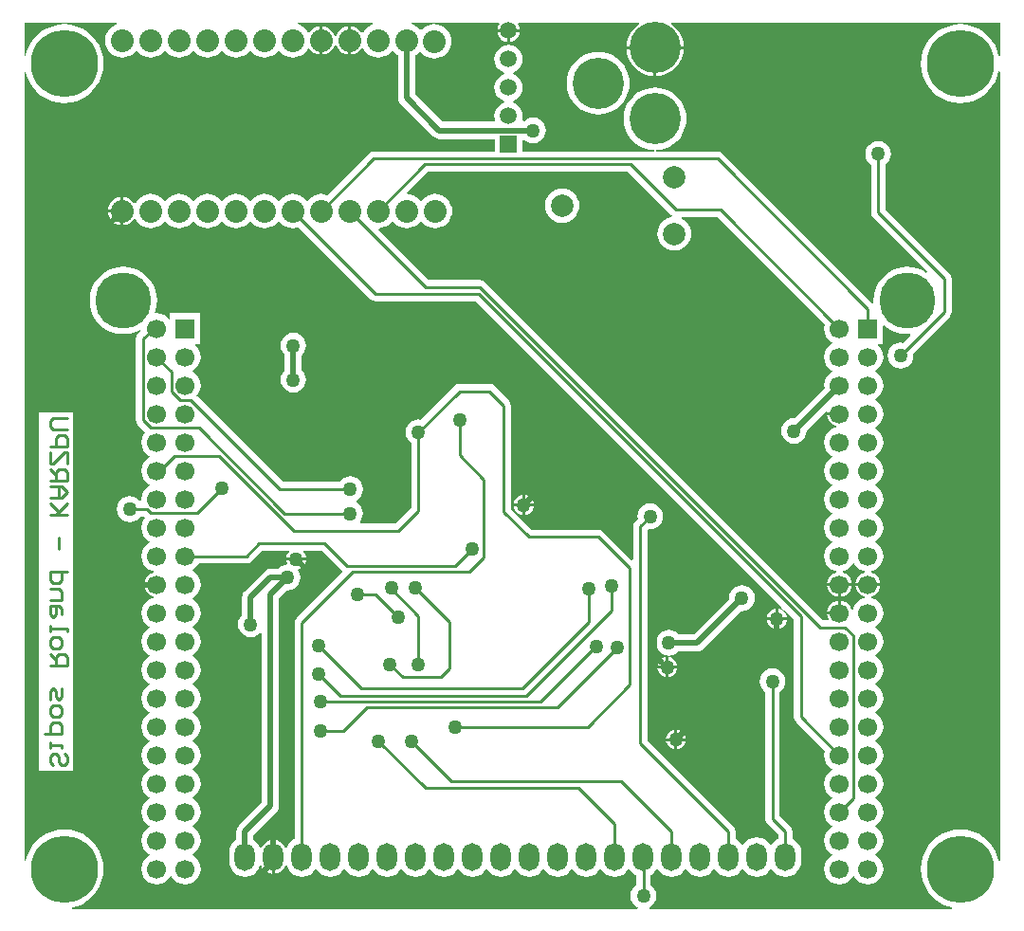
<source format=gbl>
G04*
G04 #@! TF.GenerationSoftware,Altium Limited,Altium Designer,18.0.11 (651)*
G04*
G04 Layer_Physical_Order=2*
G04 Layer_Color=16711680*
%FSLAX25Y25*%
%MOIN*%
G70*
G01*
G75*
%ADD10C,0.01000*%
%ADD42C,0.02000*%
%ADD43C,0.07874*%
%ADD44C,0.05906*%
%ADD45R,0.05906X0.05906*%
%ADD46C,0.08000*%
%ADD47C,0.06693*%
%ADD48R,0.06693X0.06693*%
%ADD49C,0.19685*%
%ADD50O,0.07087X0.09843*%
%ADD51C,0.18000*%
%ADD52C,0.23622*%
%ADD53C,0.05000*%
G36*
X38425Y317534D02*
X38500Y317034D01*
X38008Y316885D01*
X36965Y316328D01*
X36052Y315578D01*
X35302Y314665D01*
X34745Y313622D01*
X34402Y312491D01*
X34286Y311315D01*
X34402Y310139D01*
X34745Y309008D01*
X35302Y307965D01*
X36052Y307052D01*
X36965Y306302D01*
X38008Y305745D01*
X39139Y305402D01*
X40315Y305286D01*
X41491Y305402D01*
X42622Y305745D01*
X43665Y306302D01*
X44578Y307052D01*
X45065Y307645D01*
X45565D01*
X46052Y307052D01*
X46965Y306302D01*
X48008Y305745D01*
X49139Y305402D01*
X50315Y305286D01*
X51491Y305402D01*
X52622Y305745D01*
X53664Y306302D01*
X54578Y307052D01*
X55065Y307645D01*
X55565D01*
X56052Y307052D01*
X56965Y306302D01*
X58008Y305745D01*
X59139Y305402D01*
X60315Y305286D01*
X61491Y305402D01*
X62622Y305745D01*
X63665Y306302D01*
X64578Y307052D01*
X65065Y307645D01*
X65565D01*
X66052Y307052D01*
X66965Y306302D01*
X68008Y305745D01*
X69139Y305402D01*
X70315Y305286D01*
X71491Y305402D01*
X72622Y305745D01*
X73664Y306302D01*
X74578Y307052D01*
X75065Y307645D01*
X75565D01*
X76052Y307052D01*
X76965Y306302D01*
X78008Y305745D01*
X79139Y305402D01*
X80315Y305286D01*
X81491Y305402D01*
X82622Y305745D01*
X83665Y306302D01*
X84578Y307052D01*
X85065Y307645D01*
X85565D01*
X86052Y307052D01*
X86965Y306302D01*
X88008Y305745D01*
X89139Y305402D01*
X90315Y305286D01*
X91491Y305402D01*
X92622Y305745D01*
X93664Y306302D01*
X94578Y307052D01*
X95065Y307645D01*
X95565D01*
X96052Y307052D01*
X96965Y306302D01*
X98008Y305745D01*
X99139Y305402D01*
X100315Y305286D01*
X101491Y305402D01*
X102622Y305745D01*
X103665Y306302D01*
X104578Y307052D01*
X105328Y307965D01*
X105584Y308445D01*
X106177Y308494D01*
X106749Y307749D01*
X107793Y306947D01*
X109010Y306444D01*
X109815Y306338D01*
Y311315D01*
Y316292D01*
X109010Y316186D01*
X107793Y315683D01*
X106749Y314881D01*
X106177Y314136D01*
X105584Y314185D01*
X105328Y314665D01*
X104578Y315578D01*
X103665Y316328D01*
X102622Y316885D01*
X102130Y317034D01*
X102204Y317534D01*
X128426D01*
X128500Y317034D01*
X128008Y316885D01*
X126965Y316328D01*
X126052Y315578D01*
X125302Y314665D01*
X125046Y314185D01*
X124453Y314136D01*
X123881Y314881D01*
X122836Y315683D01*
X121620Y316186D01*
X120815Y316292D01*
Y311315D01*
Y306338D01*
X121620Y306444D01*
X122836Y306947D01*
X123881Y307749D01*
X124453Y308494D01*
X125046Y308445D01*
X125302Y307965D01*
X126052Y307052D01*
X126965Y306302D01*
X128008Y305745D01*
X129139Y305402D01*
X130315Y305286D01*
X131491Y305402D01*
X132622Y305745D01*
X133665Y306302D01*
X134578Y307052D01*
X135065Y307645D01*
X135565D01*
X136052Y307052D01*
X136965Y306302D01*
X137289Y306129D01*
Y291085D01*
X137392Y290302D01*
X137695Y289572D01*
X138175Y288945D01*
X149608Y277513D01*
X149608Y277513D01*
X150234Y277032D01*
X150964Y276730D01*
X151747Y276627D01*
X151747Y276627D01*
X171247D01*
Y272249D01*
X128700D01*
X127725Y272055D01*
X126898Y271502D01*
X112360Y256965D01*
X111491Y257228D01*
X110315Y257344D01*
X109139Y257228D01*
X108008Y256885D01*
X106965Y256328D01*
X106052Y255578D01*
X105565Y254985D01*
X105065D01*
X104578Y255578D01*
X103665Y256328D01*
X102622Y256885D01*
X101491Y257228D01*
X100315Y257344D01*
X99139Y257228D01*
X98008Y256885D01*
X96965Y256328D01*
X96052Y255578D01*
X95565Y254985D01*
X95065D01*
X94578Y255578D01*
X93664Y256328D01*
X92622Y256885D01*
X91491Y257228D01*
X90315Y257344D01*
X89139Y257228D01*
X88008Y256885D01*
X86965Y256328D01*
X86052Y255578D01*
X85565Y254985D01*
X85065D01*
X84578Y255578D01*
X83665Y256328D01*
X82622Y256885D01*
X81491Y257228D01*
X80315Y257344D01*
X79139Y257228D01*
X78008Y256885D01*
X76965Y256328D01*
X76052Y255578D01*
X75565Y254985D01*
X75065D01*
X74578Y255578D01*
X73664Y256328D01*
X72622Y256885D01*
X71491Y257228D01*
X70315Y257344D01*
X69139Y257228D01*
X68008Y256885D01*
X66965Y256328D01*
X66052Y255578D01*
X65565Y254985D01*
X65065D01*
X64578Y255578D01*
X63665Y256328D01*
X62622Y256885D01*
X61491Y257228D01*
X60315Y257344D01*
X59139Y257228D01*
X58008Y256885D01*
X56965Y256328D01*
X56052Y255578D01*
X55565Y254985D01*
X55065D01*
X54578Y255578D01*
X53664Y256328D01*
X52622Y256885D01*
X51491Y257228D01*
X50315Y257344D01*
X49139Y257228D01*
X48008Y256885D01*
X46965Y256328D01*
X46052Y255578D01*
X45302Y254664D01*
X45046Y254185D01*
X44453Y254136D01*
X43881Y254881D01*
X42836Y255682D01*
X41620Y256186D01*
X40815Y256292D01*
Y251315D01*
Y246338D01*
X41620Y246444D01*
X42836Y246948D01*
X43881Y247749D01*
X44453Y248494D01*
X45046Y248445D01*
X45302Y247965D01*
X46052Y247052D01*
X46965Y246302D01*
X48008Y245745D01*
X49139Y245402D01*
X50315Y245286D01*
X51491Y245402D01*
X52622Y245745D01*
X53664Y246302D01*
X54578Y247052D01*
X55065Y247645D01*
X55565D01*
X56052Y247052D01*
X56965Y246302D01*
X58008Y245745D01*
X59139Y245402D01*
X60315Y245286D01*
X61491Y245402D01*
X62622Y245745D01*
X63665Y246302D01*
X64578Y247052D01*
X65065Y247645D01*
X65565D01*
X66052Y247052D01*
X66965Y246302D01*
X68008Y245745D01*
X69139Y245402D01*
X70315Y245286D01*
X71491Y245402D01*
X72622Y245745D01*
X73664Y246302D01*
X74578Y247052D01*
X75065Y247645D01*
X75565D01*
X76052Y247052D01*
X76965Y246302D01*
X78008Y245745D01*
X79139Y245402D01*
X80315Y245286D01*
X81491Y245402D01*
X82622Y245745D01*
X83665Y246302D01*
X84578Y247052D01*
X85065Y247645D01*
X85565D01*
X86052Y247052D01*
X86965Y246302D01*
X88008Y245745D01*
X89139Y245402D01*
X90315Y245286D01*
X91491Y245402D01*
X92622Y245745D01*
X93664Y246302D01*
X94578Y247052D01*
X95065Y247645D01*
X95565D01*
X96052Y247052D01*
X96965Y246302D01*
X98008Y245745D01*
X99139Y245402D01*
X100315Y245286D01*
X101491Y245402D01*
X102360Y245665D01*
X127737Y220288D01*
X128564Y219736D01*
X129539Y219542D01*
X164625D01*
X273186Y110981D01*
X272855Y110604D01*
X272751Y110684D01*
X272265Y111057D01*
X271414Y111410D01*
X271000Y111464D01*
Y108500D01*
X273964D01*
X273910Y108914D01*
X273557Y109765D01*
X273184Y110251D01*
X273104Y110355D01*
X273481Y110686D01*
X276551Y107616D01*
Y73400D01*
X276745Y72425D01*
X277298Y71598D01*
X287352Y61543D01*
X287291Y61396D01*
X287107Y60000D01*
X287291Y58604D01*
X287830Y57304D01*
X288687Y56187D01*
X289804Y55330D01*
X289997Y55250D01*
Y54750D01*
X289804Y54670D01*
X288687Y53813D01*
X287830Y52696D01*
X287291Y51396D01*
X287107Y50000D01*
X287291Y48604D01*
X287830Y47304D01*
X288687Y46187D01*
X289804Y45330D01*
X289997Y45250D01*
Y44750D01*
X289804Y44670D01*
X288687Y43813D01*
X287830Y42696D01*
X287291Y41396D01*
X287107Y40000D01*
X287291Y38604D01*
X287830Y37304D01*
X288687Y36187D01*
X289804Y35330D01*
X289997Y35250D01*
Y34750D01*
X289804Y34670D01*
X288687Y33813D01*
X287830Y32696D01*
X287291Y31396D01*
X287107Y30000D01*
X287291Y28604D01*
X287830Y27304D01*
X288687Y26187D01*
X289804Y25330D01*
X289997Y25250D01*
Y24750D01*
X289804Y24670D01*
X288687Y23813D01*
X287830Y22696D01*
X287291Y21396D01*
X287107Y20000D01*
X287291Y18604D01*
X287830Y17304D01*
X288687Y16187D01*
X289804Y15330D01*
X291104Y14791D01*
X292500Y14607D01*
X293896Y14791D01*
X295196Y15330D01*
X296313Y16187D01*
X297170Y17304D01*
X297250Y17497D01*
X297750D01*
X297830Y17304D01*
X298687Y16187D01*
X299804Y15330D01*
X301104Y14791D01*
X302500Y14607D01*
X303896Y14791D01*
X305196Y15330D01*
X306313Y16187D01*
X307170Y17304D01*
X307709Y18604D01*
X307892Y20000D01*
X307709Y21396D01*
X307170Y22696D01*
X306313Y23813D01*
X305196Y24670D01*
X305003Y24750D01*
Y25250D01*
X305196Y25330D01*
X306313Y26187D01*
X307170Y27304D01*
X307709Y28604D01*
X307892Y30000D01*
X307709Y31396D01*
X307170Y32696D01*
X306313Y33813D01*
X305196Y34670D01*
X305003Y34750D01*
Y35250D01*
X305196Y35330D01*
X306313Y36187D01*
X307170Y37304D01*
X307709Y38604D01*
X307892Y40000D01*
X307709Y41396D01*
X307170Y42696D01*
X306313Y43813D01*
X305196Y44670D01*
X305003Y44750D01*
Y45250D01*
X305196Y45330D01*
X306313Y46187D01*
X307170Y47304D01*
X307709Y48604D01*
X307892Y50000D01*
X307709Y51396D01*
X307170Y52696D01*
X306313Y53813D01*
X305196Y54670D01*
X305003Y54750D01*
Y55250D01*
X305196Y55330D01*
X306313Y56187D01*
X307170Y57304D01*
X307709Y58604D01*
X307892Y60000D01*
X307709Y61396D01*
X307170Y62696D01*
X306313Y63813D01*
X305196Y64670D01*
X305003Y64750D01*
Y65250D01*
X305196Y65330D01*
X306313Y66187D01*
X307170Y67304D01*
X307709Y68604D01*
X307892Y70000D01*
X307709Y71396D01*
X307170Y72696D01*
X306313Y73813D01*
X305196Y74670D01*
X305003Y74750D01*
Y75250D01*
X305196Y75330D01*
X306313Y76187D01*
X307170Y77304D01*
X307709Y78604D01*
X307892Y80000D01*
X307709Y81396D01*
X307170Y82696D01*
X306313Y83813D01*
X305196Y84670D01*
X305003Y84750D01*
Y85250D01*
X305196Y85330D01*
X306313Y86187D01*
X307170Y87304D01*
X307709Y88604D01*
X307892Y90000D01*
X307709Y91396D01*
X307170Y92696D01*
X306313Y93813D01*
X305196Y94670D01*
X305003Y94750D01*
Y95250D01*
X305196Y95330D01*
X306313Y96187D01*
X307170Y97304D01*
X307709Y98604D01*
X307892Y100000D01*
X307709Y101396D01*
X307170Y102696D01*
X306313Y103813D01*
X305196Y104670D01*
X305003Y104750D01*
Y105250D01*
X305196Y105330D01*
X306313Y106187D01*
X307170Y107304D01*
X307709Y108604D01*
X307892Y110000D01*
X307709Y111396D01*
X307170Y112696D01*
X306313Y113813D01*
X305196Y114670D01*
X303896Y115209D01*
X303567Y115252D01*
Y115756D01*
X303635Y115765D01*
X304692Y116203D01*
X305600Y116900D01*
X306297Y117808D01*
X306734Y118865D01*
X306818Y119500D01*
X302500D01*
X298182D01*
X298265Y118865D01*
X298703Y117808D01*
X299400Y116900D01*
X300308Y116203D01*
X301365Y115765D01*
X301433Y115756D01*
Y115252D01*
X301104Y115209D01*
X299804Y114670D01*
X298687Y113813D01*
X297830Y112696D01*
X297291Y111396D01*
X297248Y111067D01*
X296743D01*
X296734Y111135D01*
X296297Y112192D01*
X295600Y113100D01*
X294692Y113797D01*
X293635Y114235D01*
X293000Y114318D01*
Y110000D01*
X292500D01*
Y109500D01*
X288182D01*
X288265Y108865D01*
X288667Y107895D01*
X288463Y107395D01*
X286809D01*
X167902Y226302D01*
X167076Y226855D01*
X166100Y227049D01*
X148186D01*
X130439Y244796D01*
X130625Y245317D01*
X131491Y245402D01*
X132622Y245745D01*
X133665Y246302D01*
X134578Y247052D01*
X135065Y247645D01*
X135565D01*
X136052Y247052D01*
X136965Y246302D01*
X138008Y245745D01*
X139139Y245402D01*
X140315Y245286D01*
X141491Y245402D01*
X142622Y245745D01*
X143665Y246302D01*
X144578Y247052D01*
X145065Y247645D01*
X145565D01*
X146052Y247052D01*
X146965Y246302D01*
X148008Y245745D01*
X149139Y245402D01*
X150315Y245286D01*
X151491Y245402D01*
X152622Y245745D01*
X153665Y246302D01*
X154578Y247052D01*
X155328Y247965D01*
X155885Y249008D01*
X156228Y250139D01*
X156344Y251315D01*
X156228Y252491D01*
X155885Y253622D01*
X155328Y254664D01*
X154578Y255578D01*
X153665Y256328D01*
X152622Y256885D01*
X151491Y257228D01*
X150315Y257344D01*
X149139Y257228D01*
X148008Y256885D01*
X146965Y256328D01*
X146052Y255578D01*
X145565Y254985D01*
X145065D01*
X144578Y255578D01*
X143665Y256328D01*
X142622Y256885D01*
X141491Y257228D01*
X140625Y257313D01*
X140439Y257834D01*
X147756Y265151D01*
X218067D01*
X233220Y249998D01*
X233630Y249723D01*
X233502Y249208D01*
X233244Y249183D01*
X232125Y248843D01*
X231094Y248292D01*
X230190Y247550D01*
X229448Y246646D01*
X228896Y245615D01*
X228557Y244496D01*
X228442Y243332D01*
X228557Y242168D01*
X228896Y241049D01*
X229448Y240017D01*
X230190Y239113D01*
X231094Y238371D01*
X232125Y237820D01*
X233244Y237481D01*
X234408Y237366D01*
X235572Y237481D01*
X236691Y237820D01*
X237722Y238371D01*
X238627Y239113D01*
X239368Y240017D01*
X239920Y241049D01*
X240259Y242168D01*
X240374Y243332D01*
X240259Y244496D01*
X239920Y245615D01*
X239368Y246646D01*
X238627Y247550D01*
X237722Y248292D01*
X236864Y248751D01*
X236989Y249251D01*
X249644D01*
X287352Y211543D01*
X287291Y211396D01*
X287107Y210000D01*
X287291Y208604D01*
X287830Y207304D01*
X288687Y206187D01*
X289804Y205330D01*
X289997Y205250D01*
Y204750D01*
X289804Y204670D01*
X288687Y203813D01*
X287830Y202696D01*
X287291Y201396D01*
X287107Y200000D01*
X287291Y198604D01*
X287830Y197304D01*
X288687Y196187D01*
X289804Y195330D01*
X289997Y195250D01*
Y194750D01*
X289804Y194670D01*
X288687Y193813D01*
X287830Y192696D01*
X287291Y191396D01*
X287107Y190000D01*
X287237Y189016D01*
X276729Y178509D01*
X276500Y178539D01*
X275325Y178384D01*
X274231Y177931D01*
X273291Y177209D01*
X272569Y176269D01*
X272116Y175175D01*
X271961Y174000D01*
X272116Y172825D01*
X272569Y171731D01*
X273291Y170791D01*
X274231Y170069D01*
X275325Y169616D01*
X276500Y169461D01*
X277675Y169616D01*
X278769Y170069D01*
X279709Y170791D01*
X280431Y171731D01*
X280884Y172825D01*
X281039Y174000D01*
X281009Y174229D01*
X287738Y180959D01*
X288211Y180725D01*
X288182Y180500D01*
X292500D01*
Y179500D01*
X288182D01*
X288265Y178865D01*
X288703Y177808D01*
X289400Y176900D01*
X290308Y176203D01*
X291365Y175765D01*
X291433Y175757D01*
Y175252D01*
X291104Y175209D01*
X289804Y174670D01*
X288687Y173813D01*
X287830Y172696D01*
X287291Y171396D01*
X287107Y170000D01*
X287291Y168604D01*
X287830Y167304D01*
X288687Y166187D01*
X289804Y165330D01*
X289997Y165250D01*
Y164750D01*
X289804Y164670D01*
X288687Y163813D01*
X287830Y162696D01*
X287291Y161396D01*
X287107Y160000D01*
X287291Y158604D01*
X287830Y157304D01*
X288687Y156187D01*
X289804Y155330D01*
X289997Y155250D01*
Y154750D01*
X289804Y154670D01*
X288687Y153813D01*
X287830Y152696D01*
X287291Y151396D01*
X287107Y150000D01*
X287291Y148604D01*
X287830Y147304D01*
X288687Y146187D01*
X289804Y145330D01*
X289997Y145250D01*
Y144750D01*
X289804Y144670D01*
X288687Y143813D01*
X287830Y142696D01*
X287291Y141396D01*
X287107Y140000D01*
X287291Y138604D01*
X287830Y137304D01*
X288687Y136187D01*
X289804Y135330D01*
X289997Y135250D01*
Y134750D01*
X289804Y134670D01*
X288687Y133813D01*
X287830Y132696D01*
X287291Y131396D01*
X287107Y130000D01*
X287291Y128604D01*
X287830Y127304D01*
X288687Y126187D01*
X289804Y125330D01*
X291104Y124791D01*
X291433Y124748D01*
Y124243D01*
X291365Y124235D01*
X290308Y123797D01*
X289400Y123100D01*
X288703Y122192D01*
X288265Y121135D01*
X288182Y120500D01*
X292500D01*
X296818D01*
X296734Y121135D01*
X296297Y122192D01*
X295600Y123100D01*
X294692Y123797D01*
X293635Y124235D01*
X293567Y124243D01*
Y124748D01*
X293896Y124791D01*
X295196Y125330D01*
X296313Y126187D01*
X297170Y127304D01*
X297250Y127497D01*
X297750D01*
X297830Y127304D01*
X298687Y126187D01*
X299804Y125330D01*
X301104Y124791D01*
X301433Y124748D01*
Y124243D01*
X301365Y124235D01*
X300308Y123797D01*
X299400Y123100D01*
X298703Y122192D01*
X298265Y121135D01*
X298182Y120500D01*
X302500D01*
X306818D01*
X306734Y121135D01*
X306297Y122192D01*
X305600Y123100D01*
X304692Y123797D01*
X303635Y124235D01*
X303567Y124243D01*
Y124748D01*
X303896Y124791D01*
X305196Y125330D01*
X306313Y126187D01*
X307170Y127304D01*
X307709Y128604D01*
X307892Y130000D01*
X307709Y131396D01*
X307170Y132696D01*
X306313Y133813D01*
X305196Y134670D01*
X305003Y134750D01*
Y135250D01*
X305196Y135330D01*
X306313Y136187D01*
X307170Y137304D01*
X307709Y138604D01*
X307892Y140000D01*
X307709Y141396D01*
X307170Y142696D01*
X306313Y143813D01*
X305196Y144670D01*
X305003Y144750D01*
Y145250D01*
X305196Y145330D01*
X306313Y146187D01*
X307170Y147304D01*
X307709Y148604D01*
X307892Y150000D01*
X307709Y151396D01*
X307170Y152696D01*
X306313Y153813D01*
X305196Y154670D01*
X305003Y154750D01*
Y155250D01*
X305196Y155330D01*
X306313Y156187D01*
X307170Y157304D01*
X307709Y158604D01*
X307892Y160000D01*
X307709Y161396D01*
X307170Y162696D01*
X306313Y163813D01*
X305196Y164670D01*
X305003Y164750D01*
Y165250D01*
X305196Y165330D01*
X306313Y166187D01*
X307170Y167304D01*
X307709Y168604D01*
X307892Y170000D01*
X307709Y171396D01*
X307170Y172696D01*
X306313Y173813D01*
X305196Y174670D01*
X305003Y174750D01*
Y175250D01*
X305196Y175330D01*
X306313Y176187D01*
X307170Y177304D01*
X307709Y178604D01*
X307892Y180000D01*
X307709Y181396D01*
X307170Y182696D01*
X306313Y183813D01*
X305196Y184670D01*
X305003Y184750D01*
Y185250D01*
X305196Y185330D01*
X306313Y186187D01*
X307170Y187304D01*
X307709Y188604D01*
X307892Y190000D01*
X307709Y191396D01*
X307170Y192696D01*
X306313Y193813D01*
X305196Y194670D01*
X305003Y194750D01*
Y195250D01*
X305196Y195330D01*
X306313Y196187D01*
X307170Y197304D01*
X307709Y198604D01*
X307892Y200000D01*
X307709Y201396D01*
X307170Y202696D01*
X306313Y203813D01*
X305835Y204180D01*
X305996Y204654D01*
X307846D01*
Y210866D01*
X308346Y211097D01*
X309313Y210272D01*
X310902Y209297D01*
X312624Y208584D01*
X314437Y208149D01*
X316295Y208003D01*
X317315Y208083D01*
X317524Y207629D01*
X314825Y204930D01*
X314000Y205039D01*
X312825Y204884D01*
X311731Y204431D01*
X310791Y203709D01*
X310069Y202769D01*
X309616Y201675D01*
X309461Y200500D01*
X309616Y199325D01*
X310069Y198231D01*
X310791Y197291D01*
X311731Y196569D01*
X312825Y196116D01*
X314000Y195961D01*
X315175Y196116D01*
X316269Y196569D01*
X317209Y197291D01*
X317931Y198231D01*
X318384Y199325D01*
X318539Y200500D01*
X318430Y201325D01*
X331302Y214198D01*
X331855Y215024D01*
X332049Y216000D01*
Y227500D01*
X331855Y228475D01*
X331302Y229302D01*
X308749Y251856D01*
Y267760D01*
X309309Y268191D01*
X310031Y269131D01*
X310484Y270225D01*
X310639Y271400D01*
X310484Y272575D01*
X310031Y273669D01*
X309309Y274609D01*
X308369Y275331D01*
X307275Y275784D01*
X306100Y275939D01*
X304925Y275784D01*
X303831Y275331D01*
X302891Y274609D01*
X302169Y273669D01*
X301716Y272575D01*
X301561Y271400D01*
X301716Y270225D01*
X302169Y269131D01*
X302891Y268191D01*
X303651Y267607D01*
Y250800D01*
X303845Y249825D01*
X304398Y248998D01*
X323378Y230017D01*
X323066Y229622D01*
X321688Y230466D01*
X319966Y231180D01*
X318154Y231615D01*
X316295Y231761D01*
X314437Y231615D01*
X312624Y231180D01*
X310902Y230466D01*
X309313Y229492D01*
X307895Y228282D01*
X306685Y226864D01*
X305711Y225275D01*
X304998Y223553D01*
X304562Y221740D01*
X304416Y219882D01*
X304472Y219168D01*
X303988Y218945D01*
X251431Y271502D01*
X250604Y272055D01*
X249628Y272249D01*
X228009D01*
X227989Y272749D01*
X229426Y272862D01*
X231110Y273266D01*
X232709Y273929D01*
X234186Y274834D01*
X235502Y275958D01*
X236627Y277275D01*
X237531Y278751D01*
X238194Y280351D01*
X238598Y282034D01*
X238734Y283760D01*
X238598Y285486D01*
X238194Y287170D01*
X237531Y288770D01*
X236627Y290246D01*
X235502Y291563D01*
X234186Y292687D01*
X232709Y293592D01*
X231110Y294254D01*
X229426Y294658D01*
X227700Y294794D01*
X225974Y294658D01*
X224290Y294254D01*
X222691Y293592D01*
X221214Y292687D01*
X219898Y291563D01*
X218773Y290246D01*
X217869Y288770D01*
X217206Y287170D01*
X216802Y285486D01*
X216666Y283760D01*
X216802Y282034D01*
X217206Y280351D01*
X217869Y278751D01*
X218773Y277275D01*
X219898Y275958D01*
X221214Y274834D01*
X222691Y273929D01*
X224290Y273266D01*
X225974Y272862D01*
X227411Y272749D01*
X227392Y272249D01*
X181153D01*
Y276132D01*
X181268Y276225D01*
X181653Y276355D01*
X182478Y275722D01*
X183572Y275269D01*
X184747Y275114D01*
X185922Y275269D01*
X187017Y275722D01*
X187957Y276443D01*
X188678Y277383D01*
X189131Y278478D01*
X189286Y279653D01*
X189131Y280827D01*
X188678Y281922D01*
X187957Y282862D01*
X187017Y283583D01*
X185922Y284037D01*
X184747Y284192D01*
X183572Y284037D01*
X182478Y283583D01*
X181599Y282909D01*
X181404Y282884D01*
X181348Y282893D01*
X181025Y283407D01*
X181195Y284700D01*
X181025Y285993D01*
X180526Y287198D01*
X179732Y288232D01*
X178698Y289026D01*
X177724Y289429D01*
Y289971D01*
X178698Y290374D01*
X179732Y291168D01*
X180526Y292202D01*
X181025Y293407D01*
X181195Y294700D01*
X181025Y295993D01*
X180526Y297198D01*
X179732Y298232D01*
X178698Y299026D01*
X177724Y299429D01*
Y299971D01*
X178698Y300374D01*
X179732Y301168D01*
X180526Y302202D01*
X181025Y303407D01*
X181195Y304700D01*
X181025Y305993D01*
X180526Y307198D01*
X179732Y308232D01*
X178698Y309026D01*
X177493Y309525D01*
X176200Y309696D01*
X174907Y309525D01*
X173702Y309026D01*
X172668Y308232D01*
X171874Y307198D01*
X171375Y305993D01*
X171204Y304700D01*
X171375Y303407D01*
X171874Y302202D01*
X172668Y301168D01*
X173702Y300374D01*
X174676Y299971D01*
Y299429D01*
X173702Y299026D01*
X172668Y298232D01*
X171874Y297198D01*
X171375Y295993D01*
X171204Y294700D01*
X171375Y293407D01*
X171874Y292202D01*
X172668Y291168D01*
X173702Y290374D01*
X174676Y289971D01*
Y289429D01*
X173702Y289026D01*
X172668Y288232D01*
X171874Y287198D01*
X171375Y285993D01*
X171204Y284700D01*
X171375Y283407D01*
X171504Y283094D01*
X171227Y282679D01*
X153001D01*
X143341Y292338D01*
Y306129D01*
X143665Y306302D01*
X144578Y307052D01*
X144778Y307296D01*
X145278D01*
X145737Y306737D01*
X146651Y305987D01*
X147693Y305430D01*
X148824Y305087D01*
X150000Y304971D01*
X151176Y305087D01*
X152307Y305430D01*
X153349Y305987D01*
X154263Y306737D01*
X155013Y307650D01*
X155570Y308693D01*
X155913Y309824D01*
X156029Y311000D01*
X155913Y312176D01*
X155570Y313307D01*
X155013Y314350D01*
X154263Y315263D01*
X153349Y316013D01*
X152307Y316570D01*
X151176Y316913D01*
X150000Y317029D01*
X148824Y316913D01*
X147693Y316570D01*
X146651Y316013D01*
X145737Y315263D01*
X145537Y315019D01*
X145037D01*
X144578Y315578D01*
X143665Y316328D01*
X142622Y316885D01*
X142130Y317034D01*
X142204Y317534D01*
X172762D01*
X173009Y317034D01*
X172747Y316693D01*
X172349Y315732D01*
X172279Y315200D01*
X176200D01*
X180121D01*
X180051Y315732D01*
X179653Y316693D01*
X179391Y317034D01*
X179638Y317534D01*
X221908D01*
X222019Y317034D01*
X220595Y315865D01*
X219345Y314343D01*
X218417Y312606D01*
X217845Y310721D01*
X217701Y309260D01*
X237699D01*
X237555Y310721D01*
X236983Y312606D01*
X236055Y314343D01*
X234805Y315865D01*
X233381Y317034D01*
X233492Y317534D01*
X349034D01*
Y305996D01*
X348534Y305937D01*
X348176Y307431D01*
X347344Y309439D01*
X346208Y311293D01*
X344796Y312946D01*
X343143Y314357D01*
X341289Y315493D01*
X339281Y316325D01*
X337167Y316833D01*
X335000Y317003D01*
X332833Y316833D01*
X330719Y316325D01*
X328711Y315493D01*
X326857Y314357D01*
X325204Y312946D01*
X323792Y311293D01*
X322656Y309439D01*
X321824Y307431D01*
X321317Y305317D01*
X321146Y303150D01*
X321317Y300982D01*
X321824Y298869D01*
X322656Y296860D01*
X323792Y295007D01*
X325204Y293354D01*
X326857Y291942D01*
X328711Y290806D01*
X330719Y289974D01*
X332833Y289466D01*
X335000Y289296D01*
X337167Y289466D01*
X339281Y289974D01*
X341289Y290806D01*
X343143Y291942D01*
X344796Y293354D01*
X346208Y295007D01*
X347344Y296860D01*
X348176Y298869D01*
X348534Y300362D01*
X349034Y300303D01*
X349034Y22847D01*
X348534Y22787D01*
X348176Y24281D01*
X347344Y26289D01*
X346208Y28143D01*
X344796Y29796D01*
X343143Y31208D01*
X341289Y32344D01*
X339281Y33176D01*
X337167Y33683D01*
X335000Y33854D01*
X332833Y33683D01*
X330719Y33176D01*
X328711Y32344D01*
X326857Y31208D01*
X325204Y29796D01*
X323792Y28143D01*
X322656Y26289D01*
X321824Y24281D01*
X321317Y22167D01*
X321146Y20000D01*
X321317Y17833D01*
X321824Y15719D01*
X322656Y13711D01*
X323792Y11857D01*
X325204Y10204D01*
X326857Y8792D01*
X328711Y7656D01*
X330719Y6824D01*
X332213Y6466D01*
X332153Y5966D01*
X225699D01*
X225600Y6466D01*
X225869Y6577D01*
X226809Y7299D01*
X227531Y8239D01*
X227984Y9334D01*
X228139Y10508D01*
X227984Y11683D01*
X227531Y12778D01*
X226809Y13718D01*
X226149Y14224D01*
Y17932D01*
X226296Y17993D01*
X227453Y18881D01*
X228196Y19848D01*
X228278Y19882D01*
X228722D01*
X228804Y19848D01*
X229546Y18881D01*
X230704Y17993D01*
X232053Y17434D01*
X233500Y17244D01*
X234947Y17434D01*
X236296Y17993D01*
X237454Y18881D01*
X238196Y19848D01*
X238278Y19882D01*
X238722D01*
X238804Y19848D01*
X239546Y18881D01*
X240704Y17993D01*
X242053Y17434D01*
X243500Y17244D01*
X244947Y17434D01*
X246296Y17993D01*
X247453Y18881D01*
X248196Y19848D01*
X248278Y19882D01*
X248722D01*
X248804Y19848D01*
X249547Y18881D01*
X250704Y17993D01*
X252053Y17434D01*
X253500Y17244D01*
X254947Y17434D01*
X256296Y17993D01*
X257453Y18881D01*
X258196Y19848D01*
X258278Y19882D01*
X258722D01*
X258804Y19848D01*
X259546Y18881D01*
X260704Y17993D01*
X262053Y17434D01*
X263500Y17244D01*
X264947Y17434D01*
X266296Y17993D01*
X267454Y18881D01*
X268196Y19848D01*
X268278Y19882D01*
X268722D01*
X268804Y19848D01*
X269547Y18881D01*
X270704Y17993D01*
X272053Y17434D01*
X273500Y17244D01*
X274947Y17434D01*
X276296Y17993D01*
X277453Y18881D01*
X278342Y20039D01*
X278901Y21387D01*
X279091Y22835D01*
Y25591D01*
X278901Y27038D01*
X278342Y28386D01*
X277453Y29544D01*
X276296Y30433D01*
X276049Y30535D01*
Y33102D01*
X275855Y34078D01*
X275302Y34905D01*
X271549Y38658D01*
Y82284D01*
X272209Y82791D01*
X272931Y83731D01*
X273384Y84825D01*
X273539Y86000D01*
X273384Y87175D01*
X272931Y88269D01*
X272209Y89209D01*
X271269Y89931D01*
X270175Y90384D01*
X269000Y90539D01*
X267825Y90384D01*
X266731Y89931D01*
X265791Y89209D01*
X265069Y88269D01*
X264616Y87175D01*
X264461Y86000D01*
X264616Y84825D01*
X265069Y83731D01*
X265791Y82791D01*
X266451Y82284D01*
Y37602D01*
X266645Y36627D01*
X267198Y35800D01*
X270951Y32046D01*
Y30535D01*
X270704Y30433D01*
X269547Y29544D01*
X268804Y28577D01*
X268722Y28543D01*
X268278D01*
X268196Y28577D01*
X267454Y29544D01*
X266296Y30433D01*
X264947Y30991D01*
X263500Y31182D01*
X262053Y30991D01*
X260704Y30433D01*
X259546Y29544D01*
X258804Y28577D01*
X258722Y28543D01*
X258278D01*
X258196Y28577D01*
X257453Y29544D01*
X256296Y30433D01*
X256049Y30535D01*
Y33102D01*
X255855Y34078D01*
X255302Y34905D01*
X225049Y65158D01*
Y139109D01*
X225516Y139525D01*
X226000Y139461D01*
X227175Y139616D01*
X228269Y140069D01*
X229209Y140791D01*
X229931Y141731D01*
X230384Y142825D01*
X230539Y144000D01*
X230384Y145175D01*
X229931Y146269D01*
X229209Y147209D01*
X228269Y147931D01*
X227175Y148384D01*
X226000Y148539D01*
X224825Y148384D01*
X223731Y147931D01*
X222791Y147209D01*
X222069Y146269D01*
X221616Y145175D01*
X221461Y144000D01*
X221570Y143175D01*
X220698Y142302D01*
X220145Y141475D01*
X219951Y140500D01*
Y128807D01*
X219489Y128616D01*
X209552Y138552D01*
X208726Y139105D01*
X207750Y139299D01*
X184306D01*
X177049Y146556D01*
Y183000D01*
X176855Y183976D01*
X176302Y184802D01*
X171302Y189802D01*
X170475Y190355D01*
X169500Y190549D01*
X159000D01*
X158025Y190355D01*
X157198Y189802D01*
X145325Y177930D01*
X144500Y178039D01*
X143325Y177884D01*
X142231Y177431D01*
X141291Y176709D01*
X140569Y175769D01*
X140116Y174675D01*
X139961Y173500D01*
X140116Y172325D01*
X140569Y171231D01*
X141291Y170291D01*
X141951Y169784D01*
Y147056D01*
X136444Y141549D01*
X124154D01*
X123908Y142049D01*
X124431Y142731D01*
X124884Y143825D01*
X125039Y145000D01*
X124884Y146175D01*
X124431Y147269D01*
X123709Y148209D01*
X122769Y148931D01*
X122602Y149000D01*
Y149500D01*
X122769Y149569D01*
X123709Y150291D01*
X124431Y151231D01*
X124884Y152325D01*
X125039Y153500D01*
X124884Y154675D01*
X124431Y155769D01*
X123709Y156709D01*
X122769Y157431D01*
X121675Y157884D01*
X120500Y158039D01*
X119325Y157884D01*
X118231Y157431D01*
X117291Y156709D01*
X116784Y156049D01*
X96910D01*
X66512Y186446D01*
X67170Y187304D01*
X67709Y188604D01*
X67892Y190000D01*
X67709Y191396D01*
X67170Y192696D01*
X66313Y193813D01*
X65196Y194670D01*
X65003Y194750D01*
Y195250D01*
X65196Y195330D01*
X66313Y196187D01*
X67170Y197304D01*
X67709Y198604D01*
X67892Y200000D01*
X67709Y201396D01*
X67170Y202696D01*
X66313Y203813D01*
X65835Y204180D01*
X65996Y204654D01*
X67846D01*
Y215347D01*
X57153D01*
Y213496D01*
X56680Y213335D01*
X56313Y213813D01*
X55196Y214670D01*
X53896Y215209D01*
X52500Y215393D01*
X52111Y215341D01*
X51807Y215738D01*
X52003Y216211D01*
X52438Y218024D01*
X52584Y219882D01*
X52438Y221740D01*
X52003Y223553D01*
X51289Y225275D01*
X50315Y226864D01*
X49105Y228282D01*
X47687Y229492D01*
X46098Y230466D01*
X44376Y231180D01*
X42563Y231615D01*
X40705Y231761D01*
X38846Y231615D01*
X37034Y231180D01*
X35312Y230466D01*
X33722Y229492D01*
X32305Y228282D01*
X31094Y226864D01*
X30120Y225275D01*
X29407Y223553D01*
X28972Y221740D01*
X28826Y219882D01*
X28972Y218024D01*
X29407Y216211D01*
X30120Y214489D01*
X31094Y212899D01*
X32305Y211482D01*
X33722Y210272D01*
X35312Y209297D01*
X37034Y208584D01*
X38846Y208149D01*
X40705Y208003D01*
X42563Y208149D01*
X44376Y208584D01*
X46098Y209297D01*
X46582Y209594D01*
X46893Y209199D01*
X45851Y208156D01*
X45299Y207329D01*
X45105Y206354D01*
Y177992D01*
X45299Y177017D01*
X45851Y176190D01*
X48488Y173554D01*
X47830Y172696D01*
X47291Y171396D01*
X47107Y170000D01*
X47291Y168604D01*
X47830Y167304D01*
X48687Y166187D01*
X49804Y165330D01*
X49997Y165250D01*
Y164750D01*
X49804Y164670D01*
X48687Y163813D01*
X47830Y162696D01*
X47291Y161396D01*
X47107Y160000D01*
X47291Y158604D01*
X47830Y157304D01*
X48687Y156187D01*
X49804Y155330D01*
X49997Y155250D01*
Y154750D01*
X49804Y154670D01*
X48687Y153813D01*
X47830Y152696D01*
X47291Y151396D01*
X47107Y150000D01*
X47128Y149847D01*
X46687Y149360D01*
X46473Y149366D01*
X46209Y149709D01*
X45269Y150431D01*
X44175Y150884D01*
X43000Y151039D01*
X41825Y150884D01*
X40731Y150431D01*
X39791Y149709D01*
X39069Y148769D01*
X38616Y147675D01*
X38461Y146500D01*
X38616Y145325D01*
X39069Y144231D01*
X39791Y143291D01*
X40731Y142569D01*
X41825Y142116D01*
X43000Y141961D01*
X44175Y142116D01*
X45269Y142569D01*
X46209Y143291D01*
X46716Y143951D01*
X48090D01*
X48488Y143554D01*
X47830Y142696D01*
X47291Y141396D01*
X47107Y140000D01*
X47291Y138604D01*
X47830Y137304D01*
X48687Y136187D01*
X49804Y135330D01*
X49997Y135250D01*
Y134750D01*
X49804Y134670D01*
X48687Y133813D01*
X47830Y132696D01*
X47291Y131396D01*
X47107Y130000D01*
X47291Y128604D01*
X47830Y127304D01*
X48687Y126187D01*
X49804Y125330D01*
X51104Y124791D01*
X51433Y124748D01*
Y124243D01*
X51365Y124235D01*
X50308Y123797D01*
X49400Y123100D01*
X48703Y122192D01*
X48265Y121135D01*
X48182Y120500D01*
X52500D01*
Y119500D01*
X48182D01*
X48265Y118865D01*
X48703Y117808D01*
X49400Y116900D01*
X50308Y116203D01*
X51365Y115765D01*
X51433Y115756D01*
Y115252D01*
X51104Y115209D01*
X49804Y114670D01*
X48687Y113813D01*
X47830Y112696D01*
X47291Y111396D01*
X47107Y110000D01*
X47291Y108604D01*
X47830Y107304D01*
X48687Y106187D01*
X49804Y105330D01*
X49997Y105250D01*
Y104750D01*
X49804Y104670D01*
X48687Y103813D01*
X47830Y102696D01*
X47291Y101396D01*
X47107Y100000D01*
X47291Y98604D01*
X47830Y97304D01*
X48687Y96187D01*
X49804Y95330D01*
X49997Y95250D01*
Y94750D01*
X49804Y94670D01*
X48687Y93813D01*
X47830Y92696D01*
X47291Y91396D01*
X47107Y90000D01*
X47291Y88604D01*
X47830Y87304D01*
X48687Y86187D01*
X49804Y85330D01*
X49997Y85250D01*
Y84750D01*
X49804Y84670D01*
X48687Y83813D01*
X47830Y82696D01*
X47291Y81396D01*
X47107Y80000D01*
X47291Y78604D01*
X47830Y77304D01*
X48687Y76187D01*
X49804Y75330D01*
X49997Y75250D01*
Y74750D01*
X49804Y74670D01*
X48687Y73813D01*
X47830Y72696D01*
X47291Y71396D01*
X47107Y70000D01*
X47291Y68604D01*
X47830Y67304D01*
X48687Y66187D01*
X49804Y65330D01*
X49997Y65250D01*
Y64750D01*
X49804Y64670D01*
X48687Y63813D01*
X47830Y62696D01*
X47291Y61396D01*
X47107Y60000D01*
X47291Y58604D01*
X47830Y57304D01*
X48687Y56187D01*
X49804Y55330D01*
X49997Y55250D01*
Y54750D01*
X49804Y54670D01*
X48687Y53813D01*
X47830Y52696D01*
X47291Y51396D01*
X47107Y50000D01*
X47291Y48604D01*
X47830Y47304D01*
X48687Y46187D01*
X49804Y45330D01*
X49997Y45250D01*
Y44750D01*
X49804Y44670D01*
X48687Y43813D01*
X47830Y42696D01*
X47291Y41396D01*
X47107Y40000D01*
X47291Y38604D01*
X47830Y37304D01*
X48687Y36187D01*
X49804Y35330D01*
X49997Y35250D01*
Y34750D01*
X49804Y34670D01*
X48687Y33813D01*
X47830Y32696D01*
X47291Y31396D01*
X47107Y30000D01*
X47291Y28604D01*
X47830Y27304D01*
X48687Y26187D01*
X49804Y25330D01*
X49997Y25250D01*
Y24750D01*
X49804Y24670D01*
X48687Y23813D01*
X47830Y22696D01*
X47291Y21396D01*
X47107Y20000D01*
X47291Y18604D01*
X47830Y17304D01*
X48687Y16187D01*
X49804Y15330D01*
X51104Y14791D01*
X52500Y14607D01*
X53896Y14791D01*
X55196Y15330D01*
X56313Y16187D01*
X57170Y17304D01*
X57250Y17497D01*
X57750D01*
X57830Y17304D01*
X58687Y16187D01*
X59804Y15330D01*
X61104Y14791D01*
X62500Y14607D01*
X63896Y14791D01*
X65196Y15330D01*
X66313Y16187D01*
X67170Y17304D01*
X67709Y18604D01*
X67892Y20000D01*
X67709Y21396D01*
X67170Y22696D01*
X66313Y23813D01*
X65196Y24670D01*
X65003Y24750D01*
Y25250D01*
X65196Y25330D01*
X66313Y26187D01*
X67170Y27304D01*
X67709Y28604D01*
X67892Y30000D01*
X67709Y31396D01*
X67170Y32696D01*
X66313Y33813D01*
X65196Y34670D01*
X65003Y34750D01*
Y35250D01*
X65196Y35330D01*
X66313Y36187D01*
X67170Y37304D01*
X67709Y38604D01*
X67892Y40000D01*
X67709Y41396D01*
X67170Y42696D01*
X66313Y43813D01*
X65196Y44670D01*
X65003Y44750D01*
Y45250D01*
X65196Y45330D01*
X66313Y46187D01*
X67170Y47304D01*
X67709Y48604D01*
X67892Y50000D01*
X67709Y51396D01*
X67170Y52696D01*
X66313Y53813D01*
X65196Y54670D01*
X65003Y54750D01*
Y55250D01*
X65196Y55330D01*
X66313Y56187D01*
X67170Y57304D01*
X67709Y58604D01*
X67892Y60000D01*
X67709Y61396D01*
X67170Y62696D01*
X66313Y63813D01*
X65196Y64670D01*
X65003Y64750D01*
Y65250D01*
X65196Y65330D01*
X66313Y66187D01*
X67170Y67304D01*
X67709Y68604D01*
X67892Y70000D01*
X67709Y71396D01*
X67170Y72696D01*
X66313Y73813D01*
X65196Y74670D01*
X65003Y74750D01*
Y75250D01*
X65196Y75330D01*
X66313Y76187D01*
X67170Y77304D01*
X67709Y78604D01*
X67892Y80000D01*
X67709Y81396D01*
X67170Y82696D01*
X66313Y83813D01*
X65196Y84670D01*
X65003Y84750D01*
Y85250D01*
X65196Y85330D01*
X66313Y86187D01*
X67170Y87304D01*
X67709Y88604D01*
X67892Y90000D01*
X67709Y91396D01*
X67170Y92696D01*
X66313Y93813D01*
X65196Y94670D01*
X65003Y94750D01*
Y95250D01*
X65196Y95330D01*
X66313Y96187D01*
X67170Y97304D01*
X67709Y98604D01*
X67892Y100000D01*
X67709Y101396D01*
X67170Y102696D01*
X66313Y103813D01*
X65196Y104670D01*
X65003Y104750D01*
Y105250D01*
X65196Y105330D01*
X66313Y106187D01*
X67170Y107304D01*
X67709Y108604D01*
X67892Y110000D01*
X67709Y111396D01*
X67170Y112696D01*
X66313Y113813D01*
X65196Y114670D01*
X65003Y114750D01*
Y115250D01*
X65196Y115330D01*
X66313Y116187D01*
X67170Y117304D01*
X67709Y118604D01*
X67892Y120000D01*
X67709Y121396D01*
X67170Y122696D01*
X66313Y123813D01*
X65196Y124670D01*
X65003Y124750D01*
Y125250D01*
X65196Y125330D01*
X66313Y126187D01*
X67170Y127304D01*
X67231Y127451D01*
X84000D01*
X84975Y127645D01*
X85802Y128198D01*
X89556Y131951D01*
X98849D01*
X98895Y131818D01*
X98969Y131451D01*
X98443Y130765D01*
X98090Y129914D01*
X98036Y129500D01*
X104964D01*
X104910Y129914D01*
X104557Y130765D01*
X104031Y131451D01*
X104105Y131818D01*
X104151Y131951D01*
X110444D01*
X117698Y124698D01*
X117733Y124338D01*
X101698Y108302D01*
X101145Y107475D01*
X100951Y106500D01*
Y30535D01*
X100704Y30433D01*
X99546Y29544D01*
X98658Y28386D01*
X98229Y27351D01*
X97688D01*
X97469Y27882D01*
X96740Y28831D01*
X95791Y29559D01*
X94686Y30017D01*
X94000Y30107D01*
Y24213D01*
Y18318D01*
X94686Y18408D01*
X95791Y18866D01*
X96740Y19594D01*
X97469Y20543D01*
X97688Y21074D01*
X98229D01*
X98658Y20039D01*
X99546Y18881D01*
X100704Y17993D01*
X102053Y17434D01*
X103500Y17244D01*
X104947Y17434D01*
X106296Y17993D01*
X107454Y18881D01*
X108196Y19848D01*
X108278Y19882D01*
X108722D01*
X108804Y19848D01*
X109546Y18881D01*
X110704Y17993D01*
X112053Y17434D01*
X113500Y17244D01*
X114947Y17434D01*
X116296Y17993D01*
X117454Y18881D01*
X118196Y19848D01*
X118278Y19882D01*
X118722D01*
X118804Y19848D01*
X119546Y18881D01*
X120704Y17993D01*
X122053Y17434D01*
X123500Y17244D01*
X124947Y17434D01*
X126296Y17993D01*
X127453Y18881D01*
X128196Y19848D01*
X128278Y19882D01*
X128722D01*
X128804Y19848D01*
X129546Y18881D01*
X130704Y17993D01*
X132053Y17434D01*
X133500Y17244D01*
X134947Y17434D01*
X136296Y17993D01*
X137453Y18881D01*
X138196Y19848D01*
X138278Y19882D01*
X138722D01*
X138804Y19848D01*
X139547Y18881D01*
X140704Y17993D01*
X142053Y17434D01*
X143500Y17244D01*
X144947Y17434D01*
X146296Y17993D01*
X147453Y18881D01*
X148196Y19848D01*
X148278Y19882D01*
X148722D01*
X148804Y19848D01*
X149547Y18881D01*
X150704Y17993D01*
X152053Y17434D01*
X153500Y17244D01*
X154947Y17434D01*
X156296Y17993D01*
X157454Y18881D01*
X158196Y19848D01*
X158278Y19882D01*
X158722D01*
X158804Y19848D01*
X159546Y18881D01*
X160704Y17993D01*
X162053Y17434D01*
X163500Y17244D01*
X164947Y17434D01*
X166296Y17993D01*
X167454Y18881D01*
X168196Y19848D01*
X168278Y19882D01*
X168722D01*
X168804Y19848D01*
X169546Y18881D01*
X170704Y17993D01*
X172053Y17434D01*
X173500Y17244D01*
X174947Y17434D01*
X176296Y17993D01*
X177453Y18881D01*
X178196Y19848D01*
X178278Y19882D01*
X178722D01*
X178804Y19848D01*
X179546Y18881D01*
X180704Y17993D01*
X182053Y17434D01*
X183500Y17244D01*
X184947Y17434D01*
X186296Y17993D01*
X187453Y18881D01*
X188196Y19848D01*
X188278Y19882D01*
X188722D01*
X188804Y19848D01*
X189547Y18881D01*
X190704Y17993D01*
X192053Y17434D01*
X193500Y17244D01*
X194947Y17434D01*
X196296Y17993D01*
X197453Y18881D01*
X198196Y19848D01*
X198278Y19882D01*
X198722D01*
X198804Y19848D01*
X199547Y18881D01*
X200704Y17993D01*
X202053Y17434D01*
X203500Y17244D01*
X204947Y17434D01*
X206296Y17993D01*
X207453Y18881D01*
X208196Y19848D01*
X208278Y19882D01*
X208722D01*
X208804Y19848D01*
X209546Y18881D01*
X210704Y17993D01*
X212053Y17434D01*
X213500Y17244D01*
X214947Y17434D01*
X216296Y17993D01*
X217454Y18881D01*
X218196Y19848D01*
X218278Y19882D01*
X218722D01*
X218804Y19848D01*
X219547Y18881D01*
X220704Y17993D01*
X221051Y17849D01*
Y14224D01*
X220391Y13718D01*
X219669Y12778D01*
X219216Y11683D01*
X219061Y10508D01*
X219216Y9334D01*
X219669Y8239D01*
X220391Y7299D01*
X221331Y6577D01*
X221600Y6466D01*
X221501Y5966D01*
X22847Y5966D01*
X22787Y6466D01*
X24281Y6824D01*
X26289Y7656D01*
X28143Y8792D01*
X29796Y10204D01*
X31208Y11857D01*
X32344Y13711D01*
X33176Y15719D01*
X33683Y17833D01*
X33854Y20000D01*
X33683Y22167D01*
X33176Y24281D01*
X32344Y26289D01*
X31208Y28143D01*
X29796Y29796D01*
X28143Y31208D01*
X26289Y32344D01*
X24281Y33176D01*
X22167Y33683D01*
X20000Y33854D01*
X17833Y33683D01*
X15719Y33176D01*
X13711Y32344D01*
X11857Y31208D01*
X10204Y29796D01*
X8792Y28143D01*
X7656Y26289D01*
X6824Y24281D01*
X6466Y22787D01*
X5966Y22847D01*
X5966Y300303D01*
X6466Y300362D01*
X6824Y298869D01*
X7656Y296860D01*
X8792Y295007D01*
X10204Y293354D01*
X11857Y291942D01*
X13711Y290806D01*
X15719Y289974D01*
X17833Y289466D01*
X20000Y289296D01*
X22167Y289466D01*
X24281Y289974D01*
X26289Y290806D01*
X28143Y291942D01*
X29796Y293354D01*
X31208Y295007D01*
X32344Y296860D01*
X33176Y298869D01*
X33683Y300982D01*
X33854Y303150D01*
X33683Y305317D01*
X33176Y307431D01*
X32344Y309439D01*
X31208Y311293D01*
X29796Y312946D01*
X28143Y314357D01*
X26289Y315493D01*
X24281Y316325D01*
X22167Y316833D01*
X20000Y317003D01*
X17833Y316833D01*
X15719Y316325D01*
X13711Y315493D01*
X11857Y314357D01*
X10204Y312946D01*
X8792Y311293D01*
X7656Y309439D01*
X6824Y307431D01*
X6466Y305937D01*
X5966Y305996D01*
Y317534D01*
X38425D01*
D02*
G37*
%LPC*%
G36*
X180121Y314200D02*
X176700D01*
Y310779D01*
X177232Y310849D01*
X178193Y311247D01*
X179019Y311881D01*
X179653Y312707D01*
X180051Y313668D01*
X180121Y314200D01*
D02*
G37*
G36*
X175700D02*
X172279D01*
X172349Y313668D01*
X172747Y312707D01*
X173381Y311881D01*
X174207Y311247D01*
X175168Y310849D01*
X175700Y310779D01*
Y314200D01*
D02*
G37*
G36*
X110815Y316292D02*
Y311315D01*
Y306338D01*
X111620Y306444D01*
X112837Y306947D01*
X113881Y307749D01*
X114682Y308793D01*
X115044Y309667D01*
X115586D01*
X115947Y308793D01*
X116749Y307749D01*
X117793Y306947D01*
X119010Y306444D01*
X119815Y306338D01*
Y311315D01*
Y316292D01*
X119010Y316186D01*
X117793Y315683D01*
X116749Y314881D01*
X115947Y313837D01*
X115586Y312963D01*
X115044D01*
X114682Y313837D01*
X113881Y314881D01*
X112837Y315683D01*
X111620Y316186D01*
X110815Y316292D01*
D02*
G37*
G36*
X237699Y308260D02*
X228200D01*
Y298761D01*
X229660Y298905D01*
X231545Y299477D01*
X233283Y300405D01*
X234805Y301655D01*
X236055Y303178D01*
X236983Y304915D01*
X237555Y306800D01*
X237699Y308260D01*
D02*
G37*
G36*
X227200D02*
X217701D01*
X217845Y306800D01*
X218417Y304915D01*
X219345Y303178D01*
X220595Y301655D01*
X222117Y300405D01*
X223855Y299477D01*
X225740Y298905D01*
X227200Y298761D01*
Y308260D01*
D02*
G37*
G36*
X207700Y307294D02*
X205974Y307158D01*
X204290Y306754D01*
X202691Y306092D01*
X201214Y305187D01*
X199898Y304063D01*
X198773Y302746D01*
X197869Y301270D01*
X197206Y299670D01*
X196802Y297986D01*
X196666Y296260D01*
X196802Y294534D01*
X197206Y292851D01*
X197869Y291251D01*
X198773Y289775D01*
X199898Y288458D01*
X201214Y287334D01*
X202691Y286429D01*
X204290Y285766D01*
X205974Y285362D01*
X207700Y285226D01*
X209426Y285362D01*
X211110Y285766D01*
X212709Y286429D01*
X214186Y287334D01*
X215502Y288458D01*
X216627Y289775D01*
X217531Y291251D01*
X218194Y292851D01*
X218598Y294534D01*
X218734Y296260D01*
X218598Y297986D01*
X218194Y299670D01*
X217531Y301270D01*
X216627Y302746D01*
X215502Y304063D01*
X214186Y305187D01*
X212709Y306092D01*
X211110Y306754D01*
X209426Y307158D01*
X207700Y307294D01*
D02*
G37*
G36*
X39815Y256292D02*
X39010Y256186D01*
X37793Y255682D01*
X36749Y254881D01*
X35947Y253836D01*
X35444Y252620D01*
X35338Y251815D01*
X39815D01*
Y256292D01*
D02*
G37*
G36*
X195038Y259140D02*
X193874Y259025D01*
X192755Y258686D01*
X191724Y258135D01*
X190820Y257393D01*
X190078Y256489D01*
X189526Y255457D01*
X189187Y254338D01*
X189072Y253174D01*
X189187Y252010D01*
X189526Y250891D01*
X190078Y249860D01*
X190820Y248956D01*
X191724Y248214D01*
X192755Y247663D01*
X193874Y247323D01*
X195038Y247208D01*
X196202Y247323D01*
X197321Y247663D01*
X198352Y248214D01*
X199256Y248956D01*
X199998Y249860D01*
X200550Y250891D01*
X200889Y252010D01*
X201004Y253174D01*
X200889Y254338D01*
X200550Y255457D01*
X199998Y256489D01*
X199256Y257393D01*
X198352Y258135D01*
X197321Y258686D01*
X196202Y259025D01*
X195038Y259140D01*
D02*
G37*
G36*
X39815Y250815D02*
X35338D01*
X35444Y250010D01*
X35947Y248793D01*
X36749Y247749D01*
X37793Y246948D01*
X39010Y246444D01*
X39815Y246338D01*
Y250815D01*
D02*
G37*
G36*
X100500Y208539D02*
X99325Y208384D01*
X98231Y207931D01*
X97291Y207209D01*
X96569Y206269D01*
X96116Y205175D01*
X95961Y204000D01*
X96116Y202825D01*
X96569Y201731D01*
X97291Y200791D01*
X97474Y200650D01*
Y195350D01*
X97291Y195209D01*
X96569Y194269D01*
X96116Y193175D01*
X95961Y192000D01*
X96116Y190825D01*
X96569Y189731D01*
X97291Y188791D01*
X98231Y188069D01*
X99325Y187616D01*
X100500Y187461D01*
X101675Y187616D01*
X102769Y188069D01*
X103709Y188791D01*
X104431Y189731D01*
X104884Y190825D01*
X105039Y192000D01*
X104884Y193175D01*
X104431Y194269D01*
X103709Y195209D01*
X103526Y195350D01*
Y200650D01*
X103709Y200791D01*
X104431Y201731D01*
X104884Y202825D01*
X105039Y204000D01*
X104884Y205175D01*
X104431Y206269D01*
X103709Y207209D01*
X102769Y207931D01*
X101675Y208384D01*
X100500Y208539D01*
D02*
G37*
G36*
X182000Y151464D02*
Y148500D01*
X184964D01*
X184910Y148914D01*
X184557Y149765D01*
X183996Y150496D01*
X183265Y151057D01*
X182414Y151410D01*
X182000Y151464D01*
D02*
G37*
G36*
X181000D02*
X180586Y151410D01*
X179735Y151057D01*
X179004Y150496D01*
X178443Y149765D01*
X178090Y148914D01*
X178036Y148500D01*
X181000D01*
Y151464D01*
D02*
G37*
G36*
X184964Y147500D02*
X182000D01*
Y144536D01*
X182414Y144590D01*
X183265Y144943D01*
X183996Y145504D01*
X184557Y146235D01*
X184910Y147086D01*
X184964Y147500D01*
D02*
G37*
G36*
X181000D02*
X178036D01*
X178090Y147086D01*
X178443Y146235D01*
X179004Y145504D01*
X179735Y144943D01*
X180586Y144590D01*
X181000Y144536D01*
Y147500D01*
D02*
G37*
G36*
X104964Y128500D02*
X98036D01*
X98090Y128086D01*
X98325Y127520D01*
X98050Y126988D01*
X98033Y126977D01*
X97325Y126884D01*
X96231Y126431D01*
X95291Y125709D01*
X95150Y125526D01*
X92500D01*
X91717Y125423D01*
X90987Y125120D01*
X90360Y124640D01*
X90360Y124640D01*
X83360Y117640D01*
X82880Y117013D01*
X82577Y116283D01*
X82474Y115500D01*
Y109350D01*
X82291Y109209D01*
X81569Y108269D01*
X81116Y107175D01*
X80961Y106000D01*
X81116Y104825D01*
X81569Y103731D01*
X82291Y102791D01*
X83231Y102069D01*
X84325Y101616D01*
X85500Y101461D01*
X86675Y101616D01*
X87769Y102069D01*
X88709Y102791D01*
X88974Y103136D01*
X89474Y102966D01*
Y43356D01*
X81360Y35242D01*
X80879Y34615D01*
X80577Y33885D01*
X80474Y33102D01*
Y30256D01*
X79546Y29544D01*
X78658Y28386D01*
X78099Y27038D01*
X77909Y25591D01*
Y22835D01*
X78099Y21387D01*
X78658Y20039D01*
X79546Y18881D01*
X80704Y17993D01*
X82053Y17434D01*
X83500Y17244D01*
X84947Y17434D01*
X86296Y17993D01*
X87454Y18881D01*
X88342Y20039D01*
X88771Y21074D01*
X89312D01*
X89531Y20543D01*
X90260Y19594D01*
X91209Y18866D01*
X92314Y18408D01*
X93000Y18318D01*
Y24213D01*
Y30107D01*
X92314Y30017D01*
X91209Y29559D01*
X90260Y28831D01*
X89531Y27882D01*
X89312Y27351D01*
X88771D01*
X88342Y28386D01*
X87454Y29544D01*
X86526Y30256D01*
Y31849D01*
X94640Y39963D01*
X95121Y40589D01*
X95423Y41319D01*
X95474Y41711D01*
X95526Y42102D01*
X95526Y42102D01*
Y115247D01*
X98271Y117991D01*
X98500Y117961D01*
X99675Y118116D01*
X100769Y118569D01*
X101709Y119291D01*
X102431Y120231D01*
X102884Y121325D01*
X103039Y122500D01*
X102884Y123675D01*
X102431Y124769D01*
X102162Y125120D01*
X102353Y125582D01*
X102414Y125590D01*
X103265Y125943D01*
X103996Y126504D01*
X104557Y127235D01*
X104910Y128086D01*
X104964Y128500D01*
D02*
G37*
G36*
X296818Y119500D02*
X293000D01*
Y115682D01*
X293635Y115765D01*
X294692Y116203D01*
X295600Y116900D01*
X296297Y117808D01*
X296734Y118865D01*
X296818Y119500D01*
D02*
G37*
G36*
X292000D02*
X288182D01*
X288265Y118865D01*
X288703Y117808D01*
X289400Y116900D01*
X290308Y116203D01*
X291365Y115765D01*
X292000Y115682D01*
Y119500D01*
D02*
G37*
G36*
X258200Y119739D02*
X257025Y119584D01*
X255931Y119131D01*
X254991Y118409D01*
X254269Y117469D01*
X253816Y116375D01*
X253661Y115200D01*
X253691Y114971D01*
X241247Y102526D01*
X235850D01*
X235709Y102709D01*
X234769Y103431D01*
X233675Y103884D01*
X232500Y104039D01*
X231325Y103884D01*
X230231Y103431D01*
X229291Y102709D01*
X228569Y101769D01*
X228116Y100675D01*
X227961Y99500D01*
X228116Y98325D01*
X228569Y97231D01*
X229291Y96291D01*
X230231Y95569D01*
X231325Y95116D01*
X232011Y95025D01*
X232046Y95021D01*
X232046Y95021D01*
X232500Y94961D01*
X232500Y94961D01*
X232544Y94967D01*
X233675Y95116D01*
X234769Y95569D01*
X235709Y96291D01*
X235850Y96474D01*
X242500D01*
X243283Y96577D01*
X244013Y96880D01*
X244640Y97360D01*
X257971Y110691D01*
X258200Y110661D01*
X259375Y110816D01*
X260469Y111269D01*
X261409Y111991D01*
X262131Y112931D01*
X262584Y114025D01*
X262739Y115200D01*
X262584Y116375D01*
X262131Y117469D01*
X261409Y118409D01*
X260469Y119131D01*
X259375Y119584D01*
X258200Y119739D01*
D02*
G37*
G36*
X292000Y114318D02*
X291365Y114235D01*
X290308Y113797D01*
X289400Y113100D01*
X288703Y112192D01*
X288265Y111135D01*
X288182Y110500D01*
X292000D01*
Y114318D01*
D02*
G37*
G36*
X270000Y111464D02*
X269586Y111410D01*
X268735Y111057D01*
X268004Y110496D01*
X267443Y109765D01*
X267090Y108914D01*
X267036Y108500D01*
X270000D01*
Y111464D01*
D02*
G37*
G36*
X273964Y107500D02*
X271000D01*
Y104536D01*
X271414Y104590D01*
X272265Y104943D01*
X272996Y105504D01*
X273557Y106235D01*
X273910Y107086D01*
X273964Y107500D01*
D02*
G37*
G36*
X270000D02*
X267036D01*
X267090Y107086D01*
X267443Y106235D01*
X268004Y105504D01*
X268735Y104943D01*
X269586Y104590D01*
X270000Y104536D01*
Y107500D01*
D02*
G37*
G36*
X232500Y94464D02*
Y91500D01*
X235464D01*
X235410Y91914D01*
X235057Y92765D01*
X234496Y93496D01*
X233765Y94057D01*
X232914Y94410D01*
X232500Y94464D01*
D02*
G37*
G36*
X231500D02*
X231086Y94410D01*
X230235Y94057D01*
X229504Y93496D01*
X228943Y92765D01*
X228590Y91914D01*
X228536Y91500D01*
X231500D01*
Y94464D01*
D02*
G37*
G36*
X235464Y90500D02*
X232500D01*
Y87536D01*
X232914Y87590D01*
X233765Y87943D01*
X234496Y88504D01*
X235057Y89235D01*
X235410Y90086D01*
X235464Y90500D01*
D02*
G37*
G36*
X231500D02*
X228536D01*
X228590Y90086D01*
X228943Y89235D01*
X229504Y88504D01*
X230235Y87943D01*
X231086Y87590D01*
X231500Y87536D01*
Y90500D01*
D02*
G37*
G36*
X235500Y68964D02*
Y66000D01*
X238464D01*
X238410Y66414D01*
X238057Y67265D01*
X237496Y67996D01*
X236765Y68557D01*
X235914Y68910D01*
X235500Y68964D01*
D02*
G37*
G36*
X234500D02*
X234086Y68910D01*
X233235Y68557D01*
X232504Y67996D01*
X231943Y67265D01*
X231590Y66414D01*
X231536Y66000D01*
X234500D01*
Y68964D01*
D02*
G37*
G36*
X238464Y65000D02*
X235500D01*
Y62036D01*
X235914Y62090D01*
X236765Y62443D01*
X237496Y63004D01*
X238057Y63735D01*
X238410Y64586D01*
X238464Y65000D01*
D02*
G37*
G36*
X234500D02*
X231536D01*
X231590Y64586D01*
X231943Y63735D01*
X232504Y63004D01*
X233235Y62443D01*
X234086Y62090D01*
X234500Y62036D01*
Y65000D01*
D02*
G37*
G36*
X22998Y180461D02*
X11001D01*
Y54500D01*
X22998D01*
Y180461D01*
D02*
G37*
%LPD*%
D10*
X250700Y251800D02*
X292500Y210000D01*
X235022Y251800D02*
X250700D01*
X219122Y267700D02*
X235022Y251800D01*
X128700Y269700D02*
X249628D01*
X306200Y250800D02*
Y271400D01*
Y250800D02*
X329500Y227500D01*
Y216000D02*
Y227500D01*
X314000Y200500D02*
X329500Y216000D01*
X273500Y24213D02*
Y33102D01*
X253500Y24213D02*
Y33102D01*
X223600Y10508D02*
Y24213D01*
X233500D02*
Y33102D01*
X213500Y24213D02*
Y35700D01*
X200700Y48500D02*
X213500Y35700D01*
X147000Y48500D02*
X200700D01*
X146700Y267700D02*
X219122D01*
X249628Y269700D02*
X302500Y216828D01*
X130315Y251315D02*
X146700Y267700D01*
X110315Y251315D02*
X128700Y269700D01*
X137500Y139000D02*
X144500Y146000D01*
Y173500D01*
X147130Y224500D02*
X166100D01*
X129539Y222091D02*
X165681D01*
X302500Y210000D02*
Y216828D01*
X306100Y271400D02*
X306200D01*
X206700Y98200D02*
X207000D01*
X187500Y79000D02*
X206700Y98200D01*
X279100Y73400D02*
X292500Y60000D01*
X279100Y73400D02*
Y108672D01*
X165681Y222091D02*
X279100Y108672D01*
X292500Y40000D02*
X297346Y44846D01*
Y102007D01*
X294507Y104847D02*
X297346Y102007D01*
X285753Y104847D02*
X294507D01*
X166100Y224500D02*
X285753Y104847D01*
X100315Y251315D02*
X129539Y222091D01*
X95854Y153500D02*
X120500D01*
X64507Y184846D02*
X95854Y153500D01*
X50493Y175154D02*
X67347D01*
X47653Y177992D02*
X50493Y175154D01*
X53500Y160000D02*
X58653Y165154D01*
X167500Y129500D02*
Y157000D01*
X162500Y124500D02*
X167500Y129500D01*
X159000Y165500D02*
X167500Y157000D01*
X222500Y64102D02*
Y140500D01*
Y64102D02*
X253500Y33102D01*
X204000Y70000D02*
X218750Y84750D01*
X159000Y70000D02*
X204000D01*
X222500Y140500D02*
X226000Y144000D01*
X193500Y77000D02*
X214500Y98000D01*
X120315Y251315D02*
X147130Y224500D01*
X144500Y173500D02*
X159000Y188000D01*
X135000Y118500D02*
Y119000D01*
Y118500D02*
X144500Y109000D01*
Y92000D02*
Y109000D01*
X143500Y119000D02*
X155500Y107000D01*
Y90500D02*
Y107000D01*
X152500Y87500D02*
X155500Y90500D01*
X139000Y87500D02*
X152500D01*
X134500Y92000D02*
X139000Y87500D01*
X215602Y51000D02*
X233500Y33102D01*
X156000Y51000D02*
X215602D01*
X142000Y65000D02*
X156000Y51000D01*
X130500Y65000D02*
X147000Y48500D01*
X129500Y116500D02*
X137500Y108500D01*
X123000Y116500D02*
X129500D01*
X159000Y165500D02*
Y178000D01*
Y188000D02*
X169500D01*
X174500Y183000D01*
Y145500D02*
Y183000D01*
Y145500D02*
X183250Y136750D01*
X111500Y134500D02*
X119500Y126500D01*
X157500D01*
X121500Y124500D02*
X162500D01*
X103500Y106500D02*
X121500Y124500D01*
X103500Y24213D02*
Y106500D01*
X269000Y37602D02*
X273500Y33102D01*
X269000Y37602D02*
Y86000D01*
X66654Y145153D02*
X75500Y154000D01*
X50493Y145153D02*
X66654D01*
X49146Y146500D02*
X50493Y145153D01*
X43000Y146500D02*
X49146D01*
X204500Y107000D02*
Y118500D01*
X181000Y83500D02*
X204500Y107000D01*
X124500Y83500D02*
X181000D01*
X109500Y98500D02*
X124500Y83500D01*
X212500Y111000D02*
Y119500D01*
X182500Y81000D02*
X212500Y111000D01*
X117000Y81000D02*
X182500D01*
X109500Y88500D02*
X117000Y81000D01*
X126500Y77000D02*
X193500D01*
X118000Y68500D02*
X126500Y77000D01*
X110000Y68500D02*
X118000D01*
X110000Y79000D02*
X187500D01*
X218750Y84750D02*
Y125750D01*
X207750Y136750D02*
X218750Y125750D01*
X183250Y136750D02*
X207750D01*
X157500Y126500D02*
X163500Y132500D01*
X291500Y40000D02*
X292500D01*
X100661Y139000D02*
X137500D01*
X60800Y184846D02*
X64507D01*
X57653Y187993D02*
X60800Y184846D01*
X97500Y145000D02*
X120500D01*
X67347Y175154D02*
X97500Y145000D01*
X52500Y200000D02*
X57653Y194846D01*
Y187993D02*
Y194846D01*
X58653Y165154D02*
X74507D01*
X100661Y139000D01*
X51300Y210000D02*
X52500D01*
X47653Y206354D02*
X51300Y210000D01*
X47653Y177992D02*
Y206354D01*
X52500Y160000D02*
X53500D01*
X62500Y130000D02*
X84000D01*
X88500Y134500D01*
X111500D01*
X19998Y60499D02*
X20998Y59499D01*
Y57500D01*
X19998Y56500D01*
X18999D01*
X17999Y57500D01*
Y59499D01*
X16999Y60499D01*
X16000D01*
X15000Y59499D01*
Y57500D01*
X16000Y56500D01*
X15000Y62498D02*
Y64497D01*
Y63498D01*
X18999D01*
Y62498D01*
X13001Y67496D02*
X18999D01*
Y70495D01*
X17999Y71495D01*
X16000D01*
X15000Y70495D01*
Y67496D01*
Y74494D02*
Y76494D01*
X16000Y77493D01*
X17999D01*
X18999Y76494D01*
Y74494D01*
X17999Y73494D01*
X16000D01*
X15000Y74494D01*
Y79493D02*
Y82492D01*
X16000Y83491D01*
X16999Y82492D01*
Y80492D01*
X17999Y79493D01*
X18999Y80492D01*
Y83491D01*
X15000Y91489D02*
X20998D01*
Y94488D01*
X19998Y95487D01*
X17999D01*
X16999Y94488D01*
Y91489D01*
Y93488D02*
X15000Y95487D01*
Y98486D02*
Y100486D01*
X16000Y101486D01*
X17999D01*
X18999Y100486D01*
Y98486D01*
X17999Y97487D01*
X16000D01*
X15000Y98486D01*
Y103485D02*
Y105484D01*
Y104484D01*
X20998D01*
Y103485D01*
X18999Y109483D02*
Y111482D01*
X17999Y112482D01*
X15000D01*
Y109483D01*
X16000Y108483D01*
X16999Y109483D01*
Y112482D01*
X15000Y114481D02*
X18999D01*
Y117480D01*
X17999Y118480D01*
X15000D01*
X20998Y124478D02*
X15000D01*
Y121479D01*
X16000Y120479D01*
X17999D01*
X18999Y121479D01*
Y124478D01*
X17999Y132475D02*
Y136474D01*
X20998Y144472D02*
X15000D01*
X16999D01*
X20998Y148470D01*
X17999Y145471D01*
X15000Y148470D01*
Y150470D02*
X18999D01*
X20998Y152469D01*
X18999Y154468D01*
X15000D01*
X17999D01*
Y150470D01*
X15000Y156468D02*
X20998D01*
Y159467D01*
X19998Y160466D01*
X17999D01*
X16999Y159467D01*
Y156468D01*
Y158467D02*
X15000Y160466D01*
X20998Y162466D02*
Y166464D01*
X19998D01*
X16000Y162466D01*
X15000D01*
Y166464D01*
Y168464D02*
X20998D01*
Y171463D01*
X19998Y172462D01*
X17999D01*
X16999Y171463D01*
Y168464D01*
X20998Y174462D02*
X16000D01*
X15000Y175461D01*
Y177461D01*
X16000Y178461D01*
X20998D01*
D42*
X28100Y239100D02*
X40315Y251315D01*
X28100Y134400D02*
Y239100D01*
Y134400D02*
X42500Y120000D01*
X83500Y24213D02*
Y33102D01*
X93500Y24213D02*
Y33102D01*
Y22500D02*
Y24213D01*
X140315Y291085D02*
X151747Y279653D01*
X140315Y291085D02*
Y311315D01*
X151747Y279653D02*
X184747D01*
X242500Y99500D02*
X258200Y115200D01*
X276500Y174000D02*
X292500Y190000D01*
X92500Y116500D02*
X98500Y122500D01*
X92500Y42102D02*
Y116500D01*
X235000Y65500D02*
X270500Y101000D01*
X227500Y104500D02*
X234000Y111000D01*
X227500Y95000D02*
Y104500D01*
Y95000D02*
X230000Y92500D01*
X224000Y153500D02*
X234000Y143500D01*
Y111000D02*
Y143500D01*
X187000Y153500D02*
X224000D01*
X181500Y148000D02*
X187000Y153500D01*
X98500Y112500D02*
X105000Y119000D01*
X98500Y38102D02*
Y112500D01*
X93500Y33102D02*
X98500Y38102D01*
X83500Y33102D02*
X92500Y42102D01*
X82500Y11500D02*
X93500Y22500D01*
X41544Y11500D02*
X82500D01*
X36500Y16544D02*
X41544Y11500D01*
X36500Y16544D02*
Y114000D01*
X42500Y120000D01*
X52500D01*
X92500Y122500D02*
X98500D01*
X85500Y115500D02*
X92500Y122500D01*
X85500Y106000D02*
Y115500D01*
X100500Y192000D02*
Y204000D01*
X232500Y99500D02*
X242500D01*
X270500Y101000D02*
Y108000D01*
X105000Y119000D02*
Y125500D01*
X101500Y129000D02*
X105000Y125500D01*
X101000Y129500D02*
X101500Y129000D01*
D43*
X234408Y243332D02*
D03*
X195038Y253174D02*
D03*
X234408Y263017D02*
D03*
D44*
X176200Y314700D02*
D03*
Y304700D02*
D03*
Y294700D02*
D03*
Y284700D02*
D03*
D45*
Y274700D02*
D03*
D46*
X40315Y251315D02*
D03*
X50315D02*
D03*
X60315D02*
D03*
X70315D02*
D03*
X80315D02*
D03*
X90315D02*
D03*
X100315D02*
D03*
X110315D02*
D03*
X120315D02*
D03*
X130315D02*
D03*
X140315D02*
D03*
X150315D02*
D03*
X40315Y311315D02*
D03*
X50315D02*
D03*
X60315D02*
D03*
X70315D02*
D03*
X80315D02*
D03*
X90315D02*
D03*
X100315D02*
D03*
X110315D02*
D03*
X120315D02*
D03*
X130315D02*
D03*
X140315D02*
D03*
X150000Y311000D02*
D03*
D47*
X292500Y30000D02*
D03*
X302500D02*
D03*
X292500Y40000D02*
D03*
X302500D02*
D03*
X292500Y50000D02*
D03*
X302500D02*
D03*
X292500Y60000D02*
D03*
X302500D02*
D03*
X292500Y70000D02*
D03*
X302500D02*
D03*
X292500Y80000D02*
D03*
X302500D02*
D03*
X292500Y90000D02*
D03*
X302500D02*
D03*
X292500Y100000D02*
D03*
X302500D02*
D03*
X292500Y110000D02*
D03*
X302500D02*
D03*
X292500Y120000D02*
D03*
X302500D02*
D03*
X292500Y130000D02*
D03*
X302500D02*
D03*
X292500Y140000D02*
D03*
X302500D02*
D03*
X292500Y150000D02*
D03*
X302500D02*
D03*
X292500Y160000D02*
D03*
X302500D02*
D03*
X292500Y170000D02*
D03*
X302500D02*
D03*
X292500Y180000D02*
D03*
X302500D02*
D03*
X292500Y190000D02*
D03*
X302500D02*
D03*
X292500Y200000D02*
D03*
X302500D02*
D03*
X292500Y210000D02*
D03*
X52500Y30000D02*
D03*
X62500D02*
D03*
X52500Y40000D02*
D03*
X62500D02*
D03*
X52500Y50000D02*
D03*
X62500D02*
D03*
X52500Y60000D02*
D03*
X62500D02*
D03*
X52500Y70000D02*
D03*
X62500D02*
D03*
X52500Y80000D02*
D03*
X62500D02*
D03*
X52500Y90000D02*
D03*
X62500D02*
D03*
X52500Y100000D02*
D03*
X62500D02*
D03*
X52500Y110000D02*
D03*
X62500D02*
D03*
X52500Y120000D02*
D03*
X62500D02*
D03*
X52500Y130000D02*
D03*
X62500D02*
D03*
X52500Y140000D02*
D03*
X62500D02*
D03*
X52500Y150000D02*
D03*
X62500D02*
D03*
X52500Y160000D02*
D03*
X62500D02*
D03*
X52500Y170000D02*
D03*
X62500D02*
D03*
X52500Y180000D02*
D03*
X62500D02*
D03*
X52500Y190000D02*
D03*
X62500D02*
D03*
X52500Y200000D02*
D03*
X62500D02*
D03*
X52500Y210000D02*
D03*
X302500Y20000D02*
D03*
X292500D02*
D03*
X52500D02*
D03*
X62500D02*
D03*
D48*
X302500Y210000D02*
D03*
X62500D02*
D03*
D49*
X316295Y219882D02*
D03*
X40705D02*
D03*
D50*
X83500Y24213D02*
D03*
X93500D02*
D03*
X103500D02*
D03*
X113500D02*
D03*
X123500D02*
D03*
X133500D02*
D03*
X143500D02*
D03*
X153500D02*
D03*
X163500D02*
D03*
X173500D02*
D03*
X183500D02*
D03*
X193500D02*
D03*
X203500D02*
D03*
X213500D02*
D03*
X223500D02*
D03*
X233500D02*
D03*
X243500D02*
D03*
X253500D02*
D03*
X263500D02*
D03*
X273500D02*
D03*
D51*
X227700Y283760D02*
D03*
Y308760D02*
D03*
X207700Y296260D02*
D03*
D52*
X20000Y303150D02*
D03*
X335000D02*
D03*
Y20000D02*
D03*
X20000D02*
D03*
D53*
X223600Y10508D02*
D03*
X184747Y279653D02*
D03*
X306100Y271400D02*
D03*
X207000Y98200D02*
D03*
X258200Y115200D02*
D03*
X276500Y174000D02*
D03*
X235000Y65500D02*
D03*
X135000Y119000D02*
D03*
X143500D02*
D03*
X144500Y92000D02*
D03*
X134500D02*
D03*
X142000Y65000D02*
D03*
X130500D02*
D03*
X137500Y108500D02*
D03*
X123000Y116500D02*
D03*
X157500Y70000D02*
D03*
X159000Y178000D02*
D03*
X85500Y106000D02*
D03*
X269000Y86000D02*
D03*
X232000Y91000D02*
D03*
X100500Y204000D02*
D03*
Y192000D02*
D03*
X43000Y146500D02*
D03*
X75500Y154000D02*
D03*
X226000Y144000D02*
D03*
X232500Y99500D02*
D03*
X270500Y108000D02*
D03*
X110000Y79000D02*
D03*
X109500Y88500D02*
D03*
X110000Y68500D02*
D03*
X109500Y98500D02*
D03*
X204500Y118500D02*
D03*
X212500Y119500D02*
D03*
X214500Y98000D02*
D03*
X163500Y132500D02*
D03*
X314000Y200500D02*
D03*
X181500Y148000D02*
D03*
X144500Y173500D02*
D03*
X120500Y153500D02*
D03*
Y145000D02*
D03*
X98500Y122500D02*
D03*
X101500Y129000D02*
D03*
M02*

</source>
